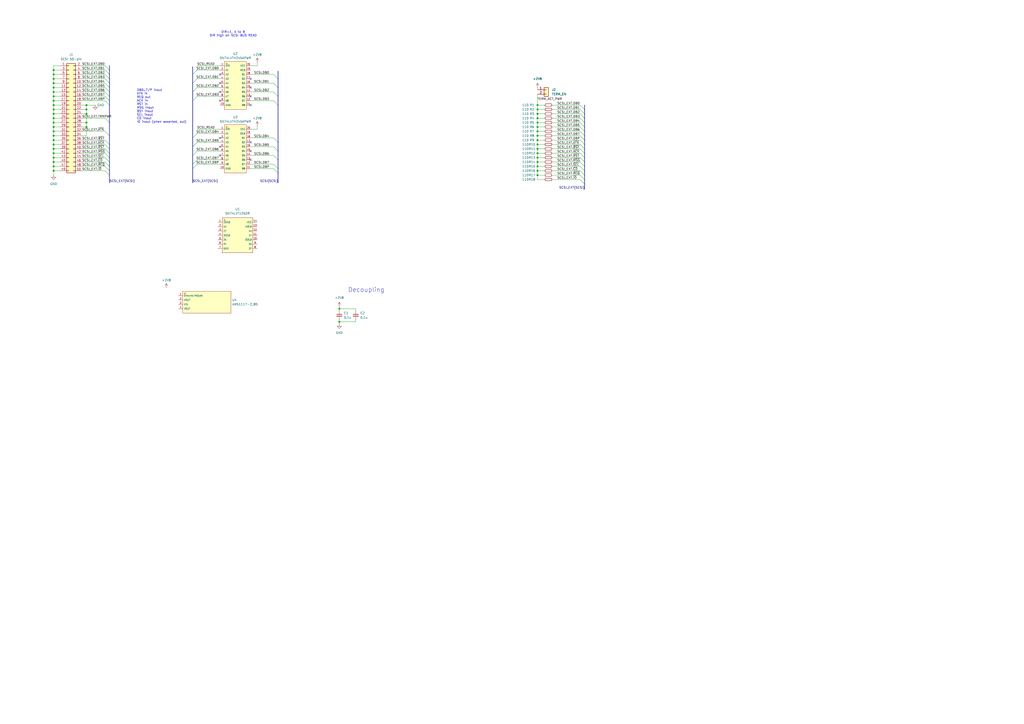
<source format=kicad_sch>
(kicad_sch (version 20231120) (generator "eeschema") (generator_version "8.0")
  (paper "A2")
  (lib_symbols
    (symbol "Connector_Generic:Conn_01x02" (pin_names (offset 1.016) hide)
      (property "Reference" "J" (at 0 2.54 0))
      (property "Value" "Conn_01x02" (at 0 -5.08 0))
      (symbol "Conn_01x02_1_1"
        (rectangle (start -1.27 -2.413) (end 0 -2.667) (stroke (width 0.1524)))
        (rectangle (start -1.27 0.127) (end 0 -0.127) (stroke (width 0.1524)))
        (rectangle (start -1.27 1.27) (end 1.27 -3.81) (stroke (width 0.254)) (fill (type background)))
        (pin passive line (at -5.08 0 0) (length 3.81) (name "Pin_1") (number "1"))
        (pin passive line (at -5.08 -2.54 0) (length 3.81) (name "Pin_2") (number "2"))
      )
    )
    (symbol "Connector_Generic:Conn_02x25_Odd_Even" (pin_names (offset 1.016) hide)
      (property "Reference" "J" (at 1.27 33.02 0))
      (property "Value" "Conn_02x25_Odd_Even" (at 1.27 -33.02 0))
      (symbol "Conn_02x25_Odd_Even_1_1"
        (rectangle (start -1.27 -30.353) (end 0 -30.607) (stroke (width 0.1524)))
        (rectangle (start -1.27 -27.813) (end 0 -28.067) (stroke (width 0.1524)))
        (rectangle (start -1.27 -25.273) (end 0 -25.527) (stroke (width 0.1524)))
        (rectangle (start -1.27 -22.733) (end 0 -22.987) (stroke (width 0.1524)))
        (rectangle (start -1.27 -20.193) (end 0 -20.447) (stroke (width 0.1524)))
        (rectangle (start -1.27 -17.653) (end 0 -17.907) (stroke (width 0.1524)))
        (rectangle (start -1.27 -15.113) (end 0 -15.367) (stroke (width 0.1524)))
        (rectangle (start -1.27 -12.573) (end 0 -12.827) (stroke (width 0.1524)))
        (rectangle (start -1.27 -10.033) (end 0 -10.287) (stroke (width 0.1524)))
        (rectangle (start -1.27 -7.493) (end 0 -7.747) (stroke (width 0.1524)))
        (rectangle (start -1.27 -4.953) (end 0 -5.207) (stroke (width 0.1524)))
        (rectangle (start -1.27 -2.413) (end 0 -2.667) (stroke (width 0.1524)))
        (rectangle (start -1.27 0.127) (end 0 -0.127) (stroke (width 0.1524)))
        (rectangle (start -1.27 2.667) (end 0 2.413) (stroke (width 0.1524)))
        (rectangle (start -1.27 5.207) (end 0 4.953) (stroke (width 0.1524)))
        (rectangle (start -1.27 7.747) (end 0 7.493) (stroke (width 0.1524)))
        (rectangle (start -1.27 10.287) (end 0 10.033) (stroke (width 0.1524)))
        (rectangle (start -1.27 12.827) (end 0 12.573) (stroke (width 0.1524)))
        (rectangle (start -1.27 15.367) (end 0 15.113) (stroke (width 0.1524)))
        (rectangle (start -1.27 17.907) (end 0 17.653) (stroke (width 0.1524)))
        (rectangle (start -1.27 20.447) (end 0 20.193) (stroke (width 0.1524)))
        (rectangle (start -1.27 22.987) (end 0 22.733) (stroke (width 0.1524)))
        (rectangle (start -1.27 25.527) (end 0 25.273) (stroke (width 0.1524)))
        (rectangle (start -1.27 28.067) (end 0 27.813) (stroke (width 0.1524)))
        (rectangle (start -1.27 30.607) (end 0 30.353) (stroke (width 0.1524)))
        (rectangle (start -1.27 31.75) (end 3.81 -31.75) (stroke (width 0.254)) (fill (type background)))
        (rectangle (start 3.81 -30.353) (end 2.54 -30.607) (stroke (width 0.1524)))
        (rectangle (start 3.81 -27.813) (end 2.54 -28.067) (stroke (width 0.1524)))
        (rectangle (start 3.81 -25.273) (end 2.54 -25.527) (stroke (width 0.1524)))
        (rectangle (start 3.81 -22.733) (end 2.54 -22.987) (stroke (width 0.1524)))
        (rectangle (start 3.81 -20.193) (end 2.54 -20.447) (stroke (width 0.1524)))
        (rectangle (start 3.81 -17.653) (end 2.54 -17.907) (stroke (width 0.1524)))
        (rectangle (start 3.81 -15.113) (end 2.54 -15.367) (stroke (width 0.1524)))
        (rectangle (start 3.81 -12.573) (end 2.54 -12.827) (stroke (width 0.1524)))
        (rectangle (start 3.81 -10.033) (end 2.54 -10.287) (stroke (width 0.1524)))
        (rectangle (start 3.81 -7.493) (end 2.54 -7.747) (stroke (width 0.1524)))
        (rectangle (start 3.81 -4.953) (end 2.54 -5.207) (stroke (width 0.1524)))
        (rectangle (start 3.81 -2.413) (end 2.54 -2.667) (stroke (width 0.1524)))
        (rectangle (start 3.81 0.127) (end 2.54 -0.127) (stroke (width 0.1524)))
        (rectangle (start 3.81 2.667) (end 2.54 2.413) (stroke (width 0.1524)))
        (rectangle (start 3.81 5.207) (end 2.54 4.953) (stroke (width 0.1524)))
        (rectangle (start 3.81 7.747) (end 2.54 7.493) (stroke (width 0.1524)))
        (rectangle (start 3.81 10.287) (end 2.54 10.033) (stroke (width 0.1524)))
        (rectangle (start 3.81 12.827) (end 2.54 12.573) (stroke (width 0.1524)))
        (rectangle (start 3.81 15.367) (end 2.54 15.113) (stroke (width 0.1524)))
        (rectangle (start 3.81 17.907) (end 2.54 17.653) (stroke (width 0.1524)))
        (rectangle (start 3.81 20.447) (end 2.54 20.193) (stroke (width 0.1524)))
        (rectangle (start 3.81 22.987) (end 2.54 22.733) (stroke (width 0.1524)))
        (rectangle (start 3.81 25.527) (end 2.54 25.273) (stroke (width 0.1524)))
        (rectangle (start 3.81 28.067) (end 2.54 27.813) (stroke (width 0.1524)))
        (rectangle (start 3.81 30.607) (end 2.54 30.353) (stroke (width 0.1524)))
        (pin passive line (at -5.08 30.48 0) (length 3.81) (name "Pin_1") (number "1"))
        (pin passive line (at 7.62 20.32 180) (length 3.81) (name "Pin_10") (number "10"))
        (pin passive line (at -5.08 17.78 0) (length 3.81) (name "Pin_11") (number "11"))
        (pin passive line (at 7.62 17.78 180) (length 3.81) (name "Pin_12") (number "12"))
        (pin passive line (at -5.08 15.24 0) (length 3.81) (name "Pin_13") (number "13"))
        (pin passive line (at 7.62 15.24 180) (length 3.81) (name "Pin_14") (number "14"))
        (pin passive line (at -5.08 12.7 0) (length 3.81) (name "Pin_15") (number "15"))
        (pin passive line (at 7.62 12.7 180) (length 3.81) (name "Pin_16") (number "16"))
        (pin passive line (at -5.08 10.16 0) (length 3.81) (name "Pin_17") (number "17"))
        (pin passive line (at 7.62 10.16 180) (length 3.81) (name "Pin_18") (number "18"))
        (pin passive line (at -5.08 7.62 0) (length 3.81) (name "Pin_19") (number "19"))
        (pin passive line (at 7.62 30.48 180) (length 3.81) (name "Pin_2") (number "2"))
        (pin passive line (at 7.62 7.62 180) (length 3.81) (name "Pin_20") (number "20"))
        (pin passive line (at -5.08 5.08 0) (length 3.81) (name "Pin_21") (number "21"))
        (pin passive line (at 7.62 5.08 180) (length 3.81) (name "Pin_22") (number "22"))
        (pin passive line (at -5.08 2.54 0) (length 3.81) (name "Pin_23") (number "23"))
        (pin passive line (at 7.62 2.54 180) (length 3.81) (name "Pin_24") (number "24"))
        (pin passive line (at -5.08 0 0) (length 3.81) (name "Pin_25") (number "25"))
        (pin passive line (at 7.62 0 180) (length 3.81) (name "Pin_26") (number "26"))
        (pin passive line (at -5.08 -2.54 0) (length 3.81) (name "Pin_27") (number "27"))
        (pin passive line (at 7.62 -2.54 180) (length 3.81) (name "Pin_28") (number "28"))
        (pin passive line (at -5.08 -5.08 0) (length 3.81) (name "Pin_29") (number "29"))
        (pin passive line (at -5.08 27.94 0) (length 3.81) (name "Pin_3") (number "3"))
        (pin passive line (at 7.62 -5.08 180) (length 3.81) (name "Pin_30") (number "30"))
        (pin passive line (at -5.08 -7.62 0) (length 3.81) (name "Pin_31") (number "31"))
        (pin passive line (at 7.62 -7.62 180) (length 3.81) (name "Pin_32") (number "32"))
        (pin passive line (at -5.08 -10.16 0) (length 3.81) (name "Pin_33") (number "33"))
        (pin passive line (at 7.62 -10.16 180) (length 3.81) (name "Pin_34") (number "34"))
        (pin passive line (at -5.08 -12.7 0) (length 3.81) (name "Pin_35") (number "35"))
        (pin passive line (at 7.62 -12.7 180) (length 3.81) (name "Pin_36") (number "36"))
        (pin passive line (at -5.08 -15.24 0) (length 3.81) (name "Pin_37") (number "37"))
        (pin passive line (at 7.62 -15.24 180) (length 3.81) (name "Pin_38") (number "38"))
        (pin passive line (at -5.08 -17.78 0) (length 3.81) (name "Pin_39") (number "39"))
        (pin passive line (at 7.62 27.94 180) (length 3.81) (name "Pin_4") (number "4"))
        (pin passive line (at 7.62 -17.78 180) (length 3.81) (name "Pin_40") (number "40"))
        (pin passive line (at -5.08 -20.32 0) (length 3.81) (name "Pin_41") (number "41"))
        (pin passive line (at 7.62 -20.32 180) (length 3.81) (name "Pin_42") (number "42"))
        (pin passive line (at -5.08 -22.86 0) (length 3.81) (name "Pin_43") (number "43"))
        (pin passive line (at 7.62 -22.86 180) (length 3.81) (name "Pin_44") (number "44"))
        (pin passive line (at -5.08 -25.4 0) (length 3.81) (name "Pin_45") (number "45"))
        (pin passive line (at 7.62 -25.4 180) (length 3.81) (name "Pin_46") (number "46"))
        (pin passive line (at -5.08 -27.94 0) (length 3.81) (name "Pin_47") (number "47"))
        (pin passive line (at 7.62 -27.94 180) (length 3.81) (name "Pin_48") (number "48"))
        (pin passive line (at -5.08 -30.48 0) (length 3.81) (name "Pin_49") (number "49"))
        (pin passive line (at -5.08 25.4 0) (length 3.81) (name "Pin_5") (number "5"))
        (pin passive line (at 7.62 -30.48 180) (length 3.81) (name "Pin_50") (number "50"))
        (pin passive line (at 7.62 25.4 180) (length 3.81) (name "Pin_6") (number "6"))
        (pin passive line (at -5.08 22.86 0) (length 3.81) (name "Pin_7") (number "7"))
        (pin passive line (at 7.62 22.86 180) (length 3.81) (name "Pin_8") (number "8"))
        (pin passive line (at -5.08 20.32 0) (length 3.81) (name "Pin_9") (number "9"))
      )
    )
    (symbol "Device:C_Small" (pin_numbers hide) (pin_names (offset 0.254) hide)
      (property "Reference" "C" (at 0.254 1.778 0))
      (property "Value" "C_Small" (at 0.254 -2.032 0))
      (symbol "C_Small_0_1"
        (polyline (pts (xy -1.524 -0.508) (xy 1.524 -0.508)) (stroke (width 0.3302)))
        (polyline (pts (xy -1.524 0.508) (xy 1.524 0.508)) (stroke (width 0.3048)))
      )
      (symbol "C_Small_1_1"
        (pin passive line (at 0 2.54 270) (length 2.032) (name "~") (number "1"))
        (pin passive line (at 0 -2.54 90) (length 2.032) (name "~") (number "2"))
      )
    )
    (symbol "Device:R_Small" (pin_numbers hide) (pin_names (offset 0.254) hide)
      (property "Reference" "R" (at 0.762 0.508 0))
      (property "Value" "R_Small" (at 0.762 -1.016 0))
      (symbol "R_Small_0_1"
        (rectangle (start -0.762 1.778) (end 0.762 -1.778) (stroke (width 0.2032)))
      )
      (symbol "R_Small_1_1"
        (pin passive line (at 0 2.54 270) (length 0.762) (name "~") (number "1"))
        (pin passive line (at 0 -2.54 90) (length 0.762) (name "~") (number "2"))
      )
    )
    (symbol "lcsc:AMS1117-2_85"
      (property "Reference" "U" (at 0 1.27 0))
      (property "Value" "AMS1117-2_85" (at 0 -2.54 0))
      (symbol "AMS1117-2_85_0_1"
        (rectangle (start 0 5.08) (end 27.9401 -7.62) (fill (type background)))
        (circle (center 1.27 3.81) (radius 0.381) (fill (type background)))
        (pin unspecified line (at -2.54 2.54 0) (length 2.54) (name "Ground/Adjust") (number "1"))
        (pin unspecified line (at -2.54 0 0) (length 2.54) (name "VOUT") (number "2"))
        (pin unspecified line (at -2.54 -2.54 0) (length 2.54) (name "VIN") (number "3"))
        (pin unspecified line (at -2.54 -5.08 0) (length 2.54) (name "VOUT") (number "4"))
      )
    )
    (symbol "lcsc:SN74LVT125DR"
      (property "Reference" "U" (at 0 1.27 0))
      (property "Value" "SN74LVT125DR" (at 0 -2.54 0))
      (symbol "SN74LVT125DR_0_1"
        (rectangle (start -8.89 10.16) (end 8.89 -10.16) (fill (type background)))
        (circle (center -7.62 8.89) (radius 0.381) (fill (type background)))
        (pin unspecified line (at -11.43 7.62 0) (length 2.54) (name "1OE#") (number "1"))
        (pin unspecified line (at 11.43 -2.54 180) (length 2.54) (name "3OE#") (number "10"))
        (pin unspecified line (at 11.43 0 180) (length 2.54) (name "4Y") (number "11"))
        (pin unspecified line (at 11.43 2.54 180) (length 2.54) (name "4A") (number "12"))
        (pin unspecified line (at 11.43 5.08 180) (length 2.54) (name "4OE#") (number "13"))
        (pin unspecified line (at 11.43 7.62 180) (length 2.54) (name "VCC") (number "14"))
        (pin unspecified line (at -11.43 5.08 0) (length 2.54) (name "1A") (number "2"))
        (pin unspecified line (at -11.43 2.54 0) (length 2.54) (name "1Y") (number "3"))
        (pin unspecified line (at -11.43 0 0) (length 2.54) (name "2OE#") (number "4"))
        (pin unspecified line (at -11.43 -2.54 0) (length 2.54) (name "2A") (number "5"))
        (pin unspecified line (at -11.43 -5.08 0) (length 2.54) (name "2Y") (number "6"))
        (pin unspecified line (at -11.43 -7.62 0) (length 2.54) (name "GND") (number "7"))
        (pin unspecified line (at 11.43 -7.62 180) (length 2.54) (name "3Y") (number "8"))
        (pin unspecified line (at 11.43 -5.08 180) (length 2.54) (name "3A") (number "9"))
      )
    )
    (symbol "lcsc:SN74LVTH245APWR"
      (property "Reference" "U" (at 0 1.27 0))
      (property "Value" "SN74LVTH245APWR" (at 0 -2.54 0))
      (symbol "SN74LVTH245APWR_0_1"
        (rectangle (start -6.35 13.97) (end 6.35 -13.97) (fill (type background)))
        (circle (center -5.08 12.7) (radius 0.381) (fill (type background)))
        (pin unspecified line (at -8.89 11.43 0) (length 2.54) (name "DIR") (number "1"))
        (pin unspecified line (at -8.89 -11.43 0) (length 2.54) (name "GND") (number "10"))
        (pin unspecified line (at 8.89 -11.43 180) (length 2.54) (name "B8") (number "11"))
        (pin unspecified line (at 8.89 -8.89 180) (length 2.54) (name "B7") (number "12"))
        (pin unspecified line (at 8.89 -6.35 180) (length 2.54) (name "B6") (number "13"))
        (pin unspecified line (at 8.89 -3.81 180) (length 2.54) (name "B5") (number "14"))
        (pin unspecified line (at 8.89 -1.27 180) (length 2.54) (name "B4") (number "15"))
        (pin unspecified line (at 8.89 1.27 180) (length 2.54) (name "B3") (number "16"))
        (pin unspecified line (at 8.89 3.81 180) (length 2.54) (name "B2") (number "17"))
        (pin unspecified line (at 8.89 6.35 180) (length 2.54) (name "B1") (number "18"))
        (pin unspecified line (at 8.89 8.89 180) (length 2.54) (name "OE#") (number "19"))
        (pin unspecified line (at -8.89 8.89 0) (length 2.54) (name "A1") (number "2"))
        (pin unspecified line (at 8.89 11.43 180) (length 2.54) (name "VCC") (number "20"))
        (pin unspecified line (at -8.89 6.35 0) (length 2.54) (name "A2") (number "3"))
        (pin unspecified line (at -8.89 3.81 0) (length 2.54) (name "A3") (number "4"))
        (pin unspecified line (at -8.89 1.27 0) (length 2.54) (name "A4") (number "5"))
        (pin unspecified line (at -8.89 -1.27 0) (length 2.54) (name "A5") (number "6"))
        (pin unspecified line (at -8.89 -3.81 0) (length 2.54) (name "A6") (number "7"))
        (pin unspecified line (at -8.89 -6.35 0) (length 2.54) (name "A7") (number "8"))
        (pin unspecified line (at -8.89 -8.89 0) (length 2.54) (name "A8") (number "9"))
      )
    )
    (symbol "power:+2V8" (power) (pin_numbers hide) (pin_names (offset 0) hide)
      (property "Value" "+2V8" (at 0 3.556 0))
      (symbol "+2V8_0_1"
        (polyline (pts (xy -0.762 1.27) (xy 0 2.54)))
        (polyline (pts (xy 0 0) (xy 0 2.54)))
        (polyline (pts (xy 0 2.54) (xy 0.762 1.27)))
      )
      (symbol "+2V8_1_1"
        (pin power_in line (at 0 0 90) (length 0) (name "~") (number "1"))
      )
    )
    (symbol "power:GND" (power) (pin_numbers hide) (pin_names (offset 0) hide)
      (property "Value" "GND" (at 0 -3.81 0))
      (symbol "GND_0_1"
        (polyline (pts (xy 0 0) (xy 0 -1.27) (xy 1.27 -1.27) (xy 0 -2.54) (xy -1.27 -1.27) (xy 0 -1.27)))
      )
      (symbol "GND_1_1"
        (pin power_in line (at 0 0 270) (length 0) (name "~") (number "1"))
      )
    )
  )
  (bus_alias "SCSI" (members "DB[0..7]" "DBP" "TRMPWR" "~{ATN}" "~{BSY}" "~{ACK}" "~{RST}" "~{MSG}" "~{SEL}" "~{CD}" "~{REQ}" "~{IO}"))
  (junction (at 311.785 88.9))
  (junction (at 31.115 48.26))
  (junction (at 31.115 71.12))
  (junction (at 311.785 83.82))
  (junction (at 50.165 60.96))
  (junction (at 311.785 91.44))
  (junction (at 50.165 73.66))
  (junction (at 311.785 93.98))
  (junction (at 31.115 76.2))
  (junction (at 311.785 78.74))
  (junction (at 311.785 68.58))
  (junction (at 31.115 91.44))
  (junction (at 311.785 101.6))
  (junction (at 311.785 86.36))
  (junction (at 31.115 66.04))
  (junction (at 31.115 73.66))
  (junction (at 31.115 55.88))
  (junction (at 31.115 40.64))
  (junction (at 31.115 83.82))
  (junction (at 31.115 88.9))
  (junction (at 311.785 73.66))
  (junction (at 31.115 96.52))
  (junction (at 31.115 45.72))
  (junction (at 311.785 60.96))
  (junction (at 31.115 63.5))
  (junction (at 31.115 86.36))
  (junction (at 31.115 53.34))
  (junction (at 31.115 50.8))
  (junction (at 31.115 78.74))
  (junction (at 31.115 99.06))
  (junction (at 311.785 76.2))
  (junction (at 31.115 43.18))
  (junction (at 31.115 60.96))
  (junction (at 50.165 66.04))
  (junction (at 31.115 58.42))
  (junction (at 50.165 71.12))
  (junction (at 311.785 96.52))
  (junction (at 311.785 99.06))
  (junction (at 311.785 71.12))
  (junction (at 196.85 186.69))
  (junction (at 311.785 66.04))
  (junction (at 311.785 81.28))
  (junction (at 311.785 63.5))
  (junction (at 31.115 81.28))
  (junction (at 31.115 93.98))
  (junction (at 31.115 68.58))
  (junction (at 50.165 63.5))
  (junction (at 196.85 179.07))
  (no_connect (at 145.415 50.8))
  (no_connect (at 145.415 55.88))
  (no_connect (at 127.635 53.34))
  (no_connect (at 145.415 82.55))
  (no_connect (at 127.635 48.26))
  (no_connect (at 127.635 58.42))
  (no_connect (at 127.635 80.01))
  (no_connect (at 127.635 85.09))
  (no_connect (at 145.415 87.63))
  (no_connect (at 145.415 45.72))
  (no_connect (at 145.415 60.96))
  (no_connect (at 127.635 90.17))
  (no_connect (at 145.415 92.71))
  (no_connect (at 127.635 43.18))
  (bus_entry (at 63.5 58.42) (size -2.54 -2.54))
  (bus_entry (at 63.5 96.52) (size -2.54 -2.54))
  (bus_entry (at 339.09 99.06) (size -2.54 -2.54))
  (bus_entry (at 111.76 58.42) (size 2.54 -2.54))
  (bus_entry (at 111.76 43.18) (size 2.54 -2.54))
  (bus_entry (at 339.09 104.14) (size -2.54 -2.54))
  (bus_entry (at 63.5 43.18) (size -2.54 -2.54))
  (bus_entry (at 339.09 83.82) (size -2.54 -2.54))
  (bus_entry (at 161.29 97.79) (size -2.54 -2.54))
  (bus_entry (at 339.09 81.28) (size -2.54 -2.54))
  (bus_entry (at 63.5 99.06) (size -2.54 -2.54))
  (bus_entry (at 111.76 53.34) (size 2.54 -2.54))
  (bus_entry (at 339.09 93.98) (size -2.54 -2.54))
  (bus_entry (at 339.09 91.44) (size -2.54 -2.54))
  (bus_entry (at 63.5 40.64) (size -2.54 -2.54))
  (bus_entry (at 63.5 55.88) (size -2.54 -2.54))
  (bus_entry (at 111.76 85.09) (size 2.54 -2.54))
  (bus_entry (at 63.5 91.44) (size -2.54 -2.54))
  (bus_entry (at 63.5 83.82) (size -2.54 -2.54))
  (bus_entry (at 111.76 90.17) (size 2.54 -2.54))
  (bus_entry (at 161.29 87.63) (size -2.54 -2.54))
  (bus_entry (at 161.29 50.8) (size -2.54 -2.54))
  (bus_entry (at 161.29 82.55) (size -2.54 -2.54))
  (bus_entry (at 339.09 71.12) (size -2.54 -2.54))
  (bus_entry (at 339.09 101.6) (size -2.54 -2.54))
  (bus_entry (at 161.29 92.71) (size -2.54 -2.54))
  (bus_entry (at 63.5 60.96) (size -2.54 -2.54))
  (bus_entry (at 111.76 95.25) (size 2.54 -2.54))
  (bus_entry (at 63.5 86.36) (size -2.54 -2.54))
  (bus_entry (at 63.5 88.9) (size -2.54 -2.54))
  (bus_entry (at 63.5 48.26) (size -2.54 -2.54))
  (bus_entry (at 161.29 100.33) (size -2.54 -2.54))
  (bus_entry (at 339.09 88.9) (size -2.54 -2.54))
  (bus_entry (at 63.5 45.72) (size -2.54 -2.54))
  (bus_entry (at 339.09 68.58) (size -2.54 -2.54))
  (bus_entry (at 339.09 63.5) (size -2.54 -2.54))
  (bus_entry (at 63.5 93.98) (size -2.54 -2.54))
  (bus_entry (at 339.09 66.04) (size -2.54 -2.54))
  (bus_entry (at 111.76 80.01) (size 2.54 -2.54))
  (bus_entry (at 339.09 86.36) (size -2.54 -2.54))
  (bus_entry (at 339.09 76.2) (size -2.54 -2.54))
  (bus_entry (at 111.76 48.26) (size 2.54 -2.54))
  (bus_entry (at 63.5 53.34) (size -2.54 -2.54))
  (bus_entry (at 339.09 106.68) (size -2.54 -2.54))
  (bus_entry (at 161.29 60.96) (size -2.54 -2.54))
  (bus_entry (at 339.09 78.74) (size -2.54 -2.54))
  (bus_entry (at 63.5 101.6) (size -2.54 -2.54))
  (bus_entry (at 161.29 45.72) (size -2.54 -2.54))
  (bus_entry (at 161.29 55.88) (size -2.54 -2.54))
  (bus_entry (at 339.09 73.66) (size -2.54 -2.54))
  (bus_entry (at 63.5 50.8) (size -2.54 -2.54))
  (bus_entry (at 63.5 71.12) (size -2.54 -2.54))
  (bus_entry (at 111.76 97.79) (size 2.54 -2.54))
  (bus_entry (at 339.09 96.52) (size -2.54 -2.54))
  (bus_entry (at 63.5 78.74) (size -2.54 -2.54))
  (bus (pts (xy 111.76 43.18) (xy 111.76 48.26)))
  (bus (pts (xy 63.5 71.12) (xy 63.5 78.74)))
  (wire (pts (xy 47.625 76.2) (xy 60.96 76.2)))
  (wire (pts (xy 315.595 96.52) (xy 311.785 96.52)))
  (bus (pts (xy 111.76 48.26) (xy 111.76 53.34)))
  (bus (pts (xy 161.29 60.96) (xy 161.29 82.55)))
  (bus (pts (xy 111.76 80.01) (xy 111.76 85.09)))
  (wire (pts (xy 47.625 45.72) (xy 60.96 45.72)))
  (wire (pts (xy 114.3 38.1) (xy 127.635 38.1)))
  (bus (pts (xy 339.09 91.44) (xy 339.09 93.98)))
  (wire (pts (xy 114.3 45.72) (xy 127.635 45.72)))
  (wire (pts (xy 47.625 93.98) (xy 60.96 93.98)))
  (wire (pts (xy 31.115 58.42) (xy 34.925 58.42)))
  (wire (pts (xy 31.115 66.04) (xy 34.925 66.04)))
  (wire (pts (xy 31.115 43.18) (xy 31.115 45.72)))
  (wire (pts (xy 206.375 186.69) (xy 196.85 186.69)))
  (bus (pts (xy 339.09 81.28) (xy 339.09 83.82)))
  (wire (pts (xy 31.115 38.1) (xy 34.925 38.1)))
  (wire (pts (xy 47.625 58.42) (xy 60.96 58.42)))
  (wire (pts (xy 315.595 99.06) (xy 311.785 99.06)))
  (wire (pts (xy 158.75 85.09) (xy 145.415 85.09)))
  (wire (pts (xy 311.785 83.82) (xy 311.785 86.36)))
  (wire (pts (xy 31.115 99.06) (xy 31.115 101.6)))
  (bus (pts (xy 339.09 60.96) (xy 339.09 63.5)))
  (wire (pts (xy 31.115 96.52) (xy 31.115 99.06)))
  (wire (pts (xy 47.625 81.28) (xy 60.96 81.28)))
  (bus (pts (xy 111.76 97.79) (xy 111.76 106.045)))
  (wire (pts (xy 311.785 101.6) (xy 311.785 104.14)))
  (wire (pts (xy 114.3 92.71) (xy 127.635 92.71)))
  (bus (pts (xy 161.29 55.88) (xy 161.29 60.96)))
  (wire (pts (xy 320.675 96.52) (xy 336.55 96.52)))
  (wire (pts (xy 320.675 78.74) (xy 336.55 78.74)))
  (bus (pts (xy 339.09 78.74) (xy 339.09 81.28)))
  (wire (pts (xy 320.675 76.2) (xy 336.55 76.2)))
  (wire (pts (xy 311.785 63.5) (xy 311.785 66.04)))
  (bus (pts (xy 63.5 86.36) (xy 63.5 88.9)))
  (bus (pts (xy 339.09 93.98) (xy 339.09 96.52)))
  (wire (pts (xy 196.85 185.42) (xy 196.85 186.69)))
  (wire (pts (xy 315.595 101.6) (xy 311.785 101.6)))
  (bus (pts (xy 339.09 101.6) (xy 339.09 104.14)))
  (wire (pts (xy 47.625 63.5) (xy 50.165 63.5)))
  (wire (pts (xy 47.625 73.66) (xy 50.165 73.66)))
  (wire (pts (xy 315.595 71.12) (xy 311.785 71.12)))
  (wire (pts (xy 311.785 66.04) (xy 311.785 68.58)))
  (wire (pts (xy 31.115 63.5) (xy 34.925 63.5)))
  (wire (pts (xy 47.625 55.88) (xy 60.96 55.88)))
  (wire (pts (xy 31.115 83.82) (xy 34.925 83.82)))
  (bus (pts (xy 63.5 78.74) (xy 63.5 83.82)))
  (bus (pts (xy 63.5 40.64) (xy 63.5 43.18)))
  (bus (pts (xy 63.5 99.06) (xy 63.5 101.6)))
  (bus (pts (xy 161.29 82.55) (xy 161.29 87.63)))
  (bus (pts (xy 63.5 60.96) (xy 63.5 71.12)))
  (bus (pts (xy 339.09 83.82) (xy 339.09 86.36)))
  (bus (pts (xy 111.76 38.735) (xy 111.76 43.18)))
  (bus (pts (xy 161.29 87.63) (xy 161.29 92.71)))
  (wire (pts (xy 320.675 68.58) (xy 336.55 68.58)))
  (wire (pts (xy 31.115 76.2) (xy 31.115 78.74)))
  (wire (pts (xy 311.785 54.61) (xy 311.785 60.96)))
  (wire (pts (xy 31.115 48.26) (xy 34.925 48.26)))
  (wire (pts (xy 320.675 66.04) (xy 336.55 66.04)))
  (wire (pts (xy 315.595 73.66) (xy 311.785 73.66)))
  (wire (pts (xy 31.115 88.9) (xy 31.115 91.44)))
  (wire (pts (xy 31.115 63.5) (xy 31.115 66.04)))
  (wire (pts (xy 31.115 83.82) (xy 31.115 86.36)))
  (wire (pts (xy 31.115 66.04) (xy 31.115 68.58)))
  (bus (pts (xy 63.5 101.6) (xy 63.5 106.045)))
  (wire (pts (xy 47.625 53.34) (xy 60.96 53.34)))
  (bus (pts (xy 63.5 45.72) (xy 63.5 48.26)))
  (bus (pts (xy 161.29 97.79) (xy 161.29 100.33)))
  (wire (pts (xy 158.75 53.34) (xy 145.415 53.34)))
  (wire (pts (xy 31.115 60.96) (xy 34.925 60.96)))
  (wire (pts (xy 320.675 83.82) (xy 336.55 83.82)))
  (wire (pts (xy 47.625 96.52) (xy 60.96 96.52)))
  (wire (pts (xy 320.675 71.12) (xy 336.55 71.12)))
  (wire (pts (xy 320.675 63.5) (xy 336.55 63.5)))
  (wire (pts (xy 31.115 99.06) (xy 34.925 99.06)))
  (wire (pts (xy 31.115 86.36) (xy 34.925 86.36)))
  (bus (pts (xy 111.76 53.34) (xy 111.76 58.42)))
  (bus (pts (xy 161.29 41.275) (xy 161.29 45.72)))
  (wire (pts (xy 320.675 93.98) (xy 336.55 93.98)))
  (wire (pts (xy 31.115 48.26) (xy 31.115 50.8)))
  (wire (pts (xy 145.415 74.93) (xy 149.225 74.93)))
  (wire (pts (xy 31.115 88.9) (xy 34.925 88.9)))
  (wire (pts (xy 311.785 88.9) (xy 311.785 91.44)))
  (wire (pts (xy 206.375 179.07) (xy 206.375 180.34)))
  (bus (pts (xy 63.5 43.18) (xy 63.5 45.72)))
  (wire (pts (xy 31.115 55.88) (xy 34.925 55.88)))
  (wire (pts (xy 311.785 68.58) (xy 311.785 71.12)))
  (wire (pts (xy 31.115 40.64) (xy 34.925 40.64)))
  (wire (pts (xy 31.115 81.28) (xy 31.115 83.82)))
  (bus (pts (xy 111.76 85.09) (xy 111.76 90.17)))
  (bus (pts (xy 161.29 100.33) (xy 161.29 106.045)))
  (wire (pts (xy 114.3 77.47) (xy 127.635 77.47)))
  (wire (pts (xy 114.3 82.55) (xy 127.635 82.55)))
  (wire (pts (xy 311.785 96.52) (xy 311.785 99.06)))
  (wire (pts (xy 315.595 104.14) (xy 311.785 104.14)))
  (wire (pts (xy 47.625 83.82) (xy 60.96 83.82)))
  (bus (pts (xy 63.5 88.9) (xy 63.5 91.44)))
  (wire (pts (xy 311.785 60.96) (xy 311.785 63.5)))
  (wire (pts (xy 158.75 90.17) (xy 145.415 90.17)))
  (wire (pts (xy 315.595 78.74) (xy 311.785 78.74)))
  (wire (pts (xy 31.115 93.98) (xy 31.115 96.52)))
  (bus (pts (xy 63.5 53.34) (xy 63.5 55.88)))
  (bus (pts (xy 63.5 91.44) (xy 63.5 93.98)))
  (wire (pts (xy 320.675 91.44) (xy 336.55 91.44)))
  (wire (pts (xy 47.625 60.96) (xy 50.165 60.96)))
  (wire (pts (xy 31.115 68.58) (xy 31.115 71.12)))
  (wire (pts (xy 31.115 68.58) (xy 34.925 68.58)))
  (wire (pts (xy 31.115 93.98) (xy 34.925 93.98)))
  (wire (pts (xy 114.3 74.93) (xy 127.635 74.93)))
  (wire (pts (xy 320.675 99.06) (xy 336.55 99.06)))
  (wire (pts (xy 31.115 86.36) (xy 31.115 88.9)))
  (wire (pts (xy 31.115 76.2) (xy 34.925 76.2)))
  (wire (pts (xy 31.115 45.72) (xy 34.925 45.72)))
  (wire (pts (xy 31.115 81.28) (xy 34.925 81.28)))
  (wire (pts (xy 47.625 68.58) (xy 60.96 68.58)))
  (wire (pts (xy 114.3 50.8) (xy 127.635 50.8)))
  (wire (pts (xy 315.595 86.36) (xy 311.785 86.36)))
  (wire (pts (xy 158.75 97.79) (xy 145.415 97.79)))
  (wire (pts (xy 47.625 91.44) (xy 60.96 91.44)))
  (bus (pts (xy 63.5 48.26) (xy 63.5 50.8)))
  (wire (pts (xy 31.115 38.1) (xy 31.115 40.64)))
  (wire (pts (xy 320.675 88.9) (xy 336.55 88.9)))
  (wire (pts (xy 320.675 101.6) (xy 336.55 101.6)))
  (bus (pts (xy 111.76 95.25) (xy 111.76 97.79)))
  (bus (pts (xy 63.5 93.98) (xy 63.5 96.52)))
  (wire (pts (xy 47.625 86.36) (xy 60.96 86.36)))
  (wire (pts (xy 31.115 53.34) (xy 34.925 53.34)))
  (wire (pts (xy 47.625 40.64) (xy 60.96 40.64)))
  (wire (pts (xy 311.785 86.36) (xy 311.785 88.9)))
  (wire (pts (xy 315.595 83.82) (xy 311.785 83.82)))
  (bus (pts (xy 161.29 92.71) (xy 161.29 97.79)))
  (bus (pts (xy 339.09 99.06) (xy 339.09 101.6)))
  (wire (pts (xy 31.115 71.12) (xy 31.115 73.66)))
  (wire (pts (xy 320.675 60.96) (xy 336.55 60.96)))
  (wire (pts (xy 315.595 76.2) (xy 311.785 76.2)))
  (wire (pts (xy 47.625 38.1) (xy 60.96 38.1)))
  (wire (pts (xy 320.675 73.66) (xy 336.55 73.66)))
  (bus (pts (xy 63.5 55.88) (xy 63.5 58.42)))
  (wire (pts (xy 315.595 88.9) (xy 311.785 88.9)))
  (bus (pts (xy 63.5 83.82) (xy 63.5 86.36)))
  (wire (pts (xy 47.625 66.04) (xy 50.165 66.04)))
  (wire (pts (xy 315.595 81.28) (xy 311.785 81.28)))
  (wire (pts (xy 47.625 88.9) (xy 60.96 88.9)))
  (wire (pts (xy 31.115 50.8) (xy 31.115 53.34)))
  (wire (pts (xy 311.785 73.66) (xy 311.785 76.2)))
  (wire (pts (xy 31.115 45.72) (xy 31.115 48.26)))
  (wire (pts (xy 311.785 76.2) (xy 311.785 78.74)))
  (wire (pts (xy 31.115 40.64) (xy 31.115 43.18)))
  (bus (pts (xy 339.09 66.04) (xy 339.09 68.58)))
  (bus (pts (xy 63.5 50.8) (xy 63.5 53.34)))
  (wire (pts (xy 320.675 86.36) (xy 336.55 86.36)))
  (wire (pts (xy 114.3 95.25) (xy 127.635 95.25)))
  (wire (pts (xy 311.785 93.98) (xy 311.785 96.52)))
  (wire (pts (xy 320.675 81.28) (xy 336.55 81.28)))
  (wire (pts (xy 196.85 179.07) (xy 196.85 180.34)))
  (bus (pts (xy 111.76 58.42) (xy 111.76 80.01)))
  (wire (pts (xy 47.625 43.18) (xy 60.96 43.18)))
  (wire (pts (xy 114.3 40.64) (xy 127.635 40.64)))
  (wire (pts (xy 31.115 58.42) (xy 31.115 60.96)))
  (wire (pts (xy 114.3 55.88) (xy 127.635 55.88)))
  (bus (pts (xy 63.5 96.52) (xy 63.5 99.06)))
  (bus (pts (xy 63.5 38.1) (xy 63.5 40.64)))
  (wire (pts (xy 31.115 73.66) (xy 31.115 76.2)))
  (wire (pts (xy 31.115 78.74) (xy 31.115 81.28)))
  (bus (pts (xy 161.29 50.8) (xy 161.29 55.88)))
  (wire (pts (xy 31.115 50.8) (xy 34.925 50.8)))
  (wire (pts (xy 47.625 78.74) (xy 50.165 78.74)))
  (wire (pts (xy 311.785 91.44) (xy 311.785 93.98)))
  (wire (pts (xy 31.115 53.34) (xy 31.115 55.88)))
  (wire (pts (xy 311.785 71.12) (xy 311.785 73.66)))
  (wire (pts (xy 50.165 78.74) (xy 50.165 73.66)))
  (bus (pts (xy 339.09 86.36) (xy 339.09 88.9)))
  (wire (pts (xy 50.165 60.96) (xy 50.165 63.5)))
  (wire (pts (xy 31.115 91.44) (xy 34.925 91.44)))
  (wire (pts (xy 158.75 95.25) (xy 145.415 95.25)))
  (wire (pts (xy 47.625 99.06) (xy 60.96 99.06)))
  (wire (pts (xy 315.595 63.5) (xy 311.785 63.5)))
  (wire (pts (xy 158.75 80.01) (xy 145.415 80.01)))
  (wire (pts (xy 315.595 68.58) (xy 311.785 68.58)))
  (bus (pts (xy 111.76 90.17) (xy 111.76 95.25)))
  (bus (pts (xy 161.29 45.72) (xy 161.29 50.8)))
  (bus (pts (xy 339.09 106.68) (xy 339.09 109.855)))
  (wire (pts (xy 158.75 58.42) (xy 145.415 58.42)))
  (wire (pts (xy 31.115 60.96) (xy 31.115 63.5)))
  (wire (pts (xy 158.75 48.26) (xy 145.415 48.26)))
  (wire (pts (xy 196.85 179.07) (xy 206.375 179.07)))
  (wire (pts (xy 31.115 78.74) (xy 34.925 78.74)))
  (wire (pts (xy 50.165 63.5) (xy 50.165 66.04)))
  (wire (pts (xy 31.115 55.88) (xy 31.115 58.42)))
  (bus (pts (xy 339.09 96.52) (xy 339.09 99.06)))
  (bus (pts (xy 339.09 104.14) (xy 339.09 106.68)))
  (wire (pts (xy 196.85 186.69) (xy 196.85 187.96)))
  (bus (pts (xy 339.09 88.9) (xy 339.09 91.44)))
  (wire (pts (xy 31.115 71.12) (xy 34.925 71.12)))
  (wire (pts (xy 315.595 66.04) (xy 311.785 66.04)))
  (wire (pts (xy 145.415 38.1) (xy 149.225 38.1)))
  (bus (pts (xy 339.09 63.5) (xy 339.09 66.04)))
  (wire (pts (xy 47.625 50.8) (xy 60.96 50.8)))
  (wire (pts (xy 149.225 74.93) (xy 149.225 73.025)))
  (wire (pts (xy 315.595 91.44) (xy 311.785 91.44)))
  (wire (pts (xy 31.115 73.66) (xy 34.925 73.66)))
  (wire (pts (xy 206.375 185.42) (xy 206.375 186.69)))
  (wire (pts (xy 311.785 78.74) (xy 311.785 81.28)))
  (bus (pts (xy 339.09 76.2) (xy 339.09 78.74)))
  (bus (pts (xy 339.09 71.12) (xy 339.09 73.66)))
  (wire (pts (xy 149.225 38.1) (xy 149.225 36.195)))
  (wire (pts (xy 320.675 104.14) (xy 336.55 104.14)))
  (wire (pts (xy 311.785 99.06) (xy 311.785 101.6)))
  (wire (pts (xy 31.115 96.52) (xy 34.925 96.52)))
  (wire (pts (xy 315.595 60.96) (xy 311.785 60.96)))
  (wire (pts (xy 31.115 43.18) (xy 34.925 43.18)))
  (wire (pts (xy 315.595 93.98) (xy 311.785 93.98)))
  (wire (pts (xy 114.3 87.63) (xy 127.635 87.63)))
  (wire (pts (xy 31.115 91.44) (xy 31.115 93.98)))
  (wire (pts (xy 50.165 60.96) (xy 55.245 60.96)))
  (wire (pts (xy 196.85 177.8) (xy 196.85 179.07)))
  (wire (pts (xy 50.165 73.66) (xy 50.165 71.12)))
  (wire (pts (xy 50.165 66.04) (xy 50.165 71.12)))
  (wire (pts (xy 158.75 43.18) (xy 145.415 43.18)))
  (wire (pts (xy 47.625 71.12) (xy 50.165 71.12)))
  (bus (pts (xy 63.5 58.42) (xy 63.5 60.96)))
  (wire (pts (xy 47.625 48.26) (xy 60.96 48.26)))
  (wire (pts (xy 311.785 50.8) (xy 311.785 52.07)))
  (wire (pts (xy 311.785 81.28) (xy 311.785 83.82)))
  (bus (pts (xy 339.09 73.66) (xy 339.09 76.2)))
  (bus (pts (xy 339.09 68.58) (xy 339.09 71.12)))
  (text "Decoupling" (at 201.93 168.275 0) (effects (font (size 2.54 2.54)) (justify left)))
  (text "DIR=1, A to B\nDIR high on SCSI BUS READ" (at 135.255 19.685 0) (effects (font (size 1.27 1.27))))
  (text "DB0..7/P inout\nATN in\nREQ out\nACK in\nRST in\nMSG inout\nBSY inout\nSEL inout\nCD inout\nIO inout (when asserted, out)\n" (at 79.375 61.595 0) (effects (font (size 1.27 1.27)) (justify left)))
  (label "SCSI_EXT.DB0" (at 47.625 38.1 0))
  (label "SCSI.DBP" (at 147.32 97.79 0))
  (label "SCSI_EXT.DBP" (at 323.215 81.28 0))
  (label "SCSI_EXT.DB7" (at 47.625 55.88 0))
  (label "SCSI_EXT.~{IO}" (at 47.625 99.06 0))
  (label "SCSI.DB2" (at 147.32 53.34 0))
  (label "SCSI_EXT.DBP" (at 47.625 58.42 0))
  (label "SCSI.DB7" (at 147.32 95.25 0))
  (label "SCSI_EXT.~{REQ}" (at 323.215 101.6 0))
  (label "SCSI_EXT.~{BSY}" (at 47.625 81.28 0))
  (label "SCSI.DB6" (at 147.32 90.17 0))
  (label "SCSI_EXT.~{CD}" (at 323.215 99.06 0))
  (label "SCSI_EXT.DB6" (at 127 87.63 180))
  (label "SCSI_EXT.DB4" (at 323.215 71.12 0))
  (label "SCSI_EXT.~{ATN}" (at 323.215 83.82 0))
  (label "SCSI_EXT.DB2" (at 47.625 43.18 0))
  (label "SCSI_EXT.~{MSG}" (at 323.215 93.98 0))
  (label "SCSI.DB1" (at 147.32 48.26 0))
  (label "SCSI_EXT.DB2" (at 127 50.8 180))
  (label "SCSI.DB4" (at 147.32 80.01 0))
  (label "TERM_ACT_PWR" (at 311.785 58.42 0))
  (label "SCSI_EXT.~{ATN}" (at 47.625 76.2 0))
  (label "SCSI.DB0" (at 147.32 43.18 0))
  (label "SCSI{SCSI}" (at 161.29 106.045 180))
  (label "SCSI_EXT.~{RST}" (at 47.625 86.36 0))
  (label "SCSI_EXT.~{ACK}" (at 47.625 83.82 0))
  (label "SCSI_EXT.~{IO}" (at 323.215 104.14 0))
  (label "SCSI_EXT.DB0" (at 127 40.64 180))
  (label "SCSI_EXT.DB4" (at 127 77.47 180))
  (label "SCSI_EXT.~{REQ}" (at 47.625 96.52 0))
  (label "SCSI_EXT.DB6" (at 323.215 76.2 0))
  (label "SCSI.DB3" (at 147.32 58.42 0))
  (label "SCSI_EXT.~{SEL}" (at 47.625 91.44 0))
  (label "SCSI_EXT.DB3" (at 47.625 45.72 0))
  (label "SCSI_EXT.DB0" (at 323.215 60.96 0))
  (label "SCSI_EXT{SCSI}" (at 339.09 109.855 180))
  (label "SCSI_EXT.DB5" (at 47.625 50.8 0))
  (label "SCSI_EXT.DB2" (at 323.215 66.04 0))
  (label "SCSI_EXT.DB6" (at 47.625 53.34 0))
  (label "SCSI_EXT.~{ACK}" (at 323.215 88.9 0))
  (label "SCSI_EXT.~{CD}" (at 47.625 93.98 0))
  (label "SCSI_EXT.~{BSY}" (at 323.215 86.36 0))
  (label "SCSI_EXT.~{RST}" (at 323.215 91.44 0))
  (label "SCSI_EXT{SCSI}" (at 111.76 106.045 0))
  (label "SCSI_EXT.DB7" (at 127 92.71 180))
  (label "SCSI_EXT.DB3" (at 323.215 68.58 0))
  (label "SCSI_EXT.~{SEL}" (at 323.215 96.52 0))
  (label "SCSI_EXT.DBP" (at 127 95.25 180))
  (label "SCSI_EXT.DB7" (at 323.215 78.74 0))
  (label "SCSI_EXT.DB1" (at 47.625 40.64 0))
  (label "SCSI_EXT.DB1" (at 323.215 63.5 0))
  (label "SCSI_EXT.TRMPWR" (at 47.625 68.58 0))
  (label "SCSI_EXT.DB1" (at 127 45.72 180))
  (label "SCSI_EXT.DB5" (at 323.215 73.66 0))
  (label "SCSI_EXT.DB4" (at 47.625 48.26 0))
  (label "SCSI_READ" (at 114.3 38.1 0))
  (label "SCSI_EXT.DB3" (at 127 55.88 180))
  (label "SCSI_EXT.~{MSG}" (at 47.625 88.9 0))
  (label "SCSI_READ" (at 114.3 74.93 0))
  (label "SCSI_EXT{SCSI}" (at 63.5 106.045 0))
  (label "SCSI_EXT.DB5" (at 127 82.55 180))
  (label "SCSI.DB5" (at 147.32 85.09 0))
  (symbol (lib_id "Device:R_Small") (at 318.135 78.74 90) (unit 1)
    (property "Reference" "R8" (at 308.61 78.74 90))
    (property "Value" "110" (at 304.8 78.74 90))
    (property "Description" "Resistor, small symbol" (effects (hide yes)))
  )
  (symbol (lib_id "Device:R_Small") (at 318.135 83.82 90) (unit 1)
    (property "Reference" "R10" (at 308.61 83.82 90))
    (property "Value" "110" (at 304.8 83.82 90))
    (property "Description" "Resistor, small symbol" (effects (hide yes)))
  )
  (symbol (lib_id "lcsc:SN74LVTH245APWR") (at 136.525 86.36 0) (unit 1)
    (property "Reference" "U3" (at 136.525 67.945 0))
    (property "Value" "SN74LVTH245APWR" (at 136.525 70.485 0))
    (property "Footprint" "lcsc:TSSOP-20_L6.5-W4.4-P0.65-LS6.4-BL" (effects (hide yes)))
    (property "Datasheet" "https://item.szlcsc.com/8600.html" (effects (hide yes)))
    (property "LCSC" "C2652121" (effects (hide yes)))
  )
  (symbol (lib_id "Device:R_Small") (at 318.135 68.58 90) (unit 1)
    (property "Reference" "R4" (at 308.61 68.58 90))
    (property "Value" "110" (at 304.8 68.58 90))
    (property "Description" "Resistor, small symbol" (effects (hide yes)))
  )
  (symbol (lib_id "Connector_Generic:Conn_01x02") (at 316.865 52.07 0) (unit 1)
    (property "Reference" "J2" (at 320.04 52.0699 0) (effects (justify left)))
    (property "Value" "TERM_EN" (at 320.04 54.6099 0) (effects (justify left)))
    (property "Description" "Generic connector, single row, 01x02, script generated (kicad-library-utils/schlib/autogen/connector/)" (effects (hide yes)))
  )
  (symbol (lib_id "Device:R_Small") (at 318.135 93.98 90) (unit 1)
    (property "Reference" "R14" (at 308.61 93.98 90))
    (property "Value" "110" (at 304.8 93.98 90))
    (property "Description" "Resistor, small symbol" (effects (hide yes)))
  )
  (symbol (lib_id "Device:R_Small") (at 318.135 99.06 90) (unit 1)
    (property "Reference" "R16" (at 308.61 99.06 90))
    (property "Value" "110" (at 304.8 99.06 90))
    (property "Description" "Resistor, small symbol" (effects (hide yes)))
  )
  (symbol (lib_id "Device:R_Small") (at 318.135 60.96 90) (unit 1)
    (property "Reference" "R1" (at 308.61 60.96 90))
    (property "Value" "110" (at 304.8 60.96 90))
    (property "Description" "Resistor, small symbol" (effects (hide yes)))
  )
  (symbol (lib_id "Device:R_Small") (at 318.135 71.12 90) (unit 1)
    (property "Reference" "R5" (at 308.61 71.12 90))
    (property "Value" "110" (at 304.8 71.12 90))
    (property "Description" "Resistor, small symbol" (effects (hide yes)))
  )
  (symbol (lib_id "Device:R_Small") (at 318.135 76.2 90) (unit 1)
    (property "Reference" "R7" (at 308.61 76.2 90))
    (property "Value" "110" (at 304.8 76.2 90))
    (property "Description" "Resistor, small symbol" (effects (hide yes)))
  )
  (symbol (lib_id "power:+2V8") (at 196.85 177.8 0) (unit 1)
    (property "Reference" "#PWR05" (effects (hide yes)))
    (property "Value" "+2V8" (at 196.85 172.72 0))
    (property "Description" "Power symbol creates a global label with name \"+2V8\"" (effects (hide yes)))
  )
  (symbol (lib_id "Device:C_Small") (at 206.375 182.88 0) (unit 1)
    (property "Reference" "C2" (at 208.915 181.6162 0) (effects (justify left)))
    (property "Value" "0.1u" (at 208.915 184.1562 0) (effects (justify left)))
    (property "Description" "Unpolarized capacitor, small symbol" (effects (hide yes)))
  )
  (symbol (lib_id "power:GND") (at 55.245 60.96 0) (unit 1)
    (property "Reference" "#PWR02" (effects (hide yes)))
    (property "Value" "GND" (at 58.42 60.96 0))
    (property "Description" "Power symbol creates a global label with name \"GND\" , ground" (effects (hide yes)))
  )
  (symbol (lib_id "Device:R_Small") (at 318.135 66.04 90) (unit 1)
    (property "Reference" "R3" (at 308.61 66.04 90))
    (property "Value" "110" (at 304.8 66.04 90))
    (property "Description" "Resistor, small symbol" (effects (hide yes)))
  )
  (symbol (lib_id "lcsc:SN74LVT125DR") (at 137.795 136.525 0) (unit 1)
    (property "Reference" "U1" (at 137.795 121.285 0))
    (property "Value" "SN74LVT125DR" (at 137.795 123.825 0))
    (property "Footprint" "lcsc:SOIC-14_L8.7-W3.9-P1.27-LS6.0-BL" (effects (hide yes)))
    (property "Datasheet" "https://item.szlcsc.com/7253.html" (effects (hide yes)))
    (property "LCSC" "C914105" (effects (hide yes)))
  )
  (symbol (lib_id "lcsc:AMS1117-2_85") (at 106.045 173.99 0) (unit 1)
    (property "Reference" "U4" (at 134.62 173.9899 0) (effects (justify left)))
    (property "Value" "AMS1117-2_85" (at 134.62 176.5299 0) (effects (justify left)))
    (property "Footprint" "lcsc:SOT-223_L6.5-W3.5-P2.30-LS7.0-BR" (effects (hide yes)))
    (property "Datasheet" "https://item.szlcsc.com/109711.html" (effects (hide yes)))
    (property "LCSC" "C14791" (effects (hide yes)))
  )
  (symbol (lib_id "power:+2V8") (at 311.785 50.8 0) (unit 1)
    (property "Reference" "#PWR04" (effects (hide yes)))
    (property "Value" "+2V8" (at 311.785 45.72 0))
    (property "Description" "Power symbol creates a global label with name \"+2V8\"" (effects (hide yes)))
  )
  (symbol (lib_id "Device:R_Small") (at 318.135 96.52 90) (unit 1)
    (property "Reference" "R15" (at 308.61 96.52 90))
    (property "Value" "110" (at 304.8 96.52 90))
    (property "Description" "Resistor, small symbol" (effects (hide yes)))
  )
  (symbol (lib_id "Device:R_Small") (at 318.135 91.44 90) (unit 1)
    (property "Reference" "R13" (at 308.61 91.44 90))
    (property "Value" "110" (at 304.8 91.44 90))
    (property "Description" "Resistor, small symbol" (effects (hide yes)))
  )
  (symbol (lib_id "power:GND") (at 31.115 101.6 0) (unit 1)
    (property "Reference" "#PWR01" (effects (hide yes)))
    (property "Value" "GND" (at 31.115 106.68 0))
    (property "Description" "Power symbol creates a global label with name \"GND\" , ground" (effects (hide yes)))
  )
  (symbol (lib_id "power:+2V8") (at 149.225 73.025 0) (unit 1)
    (property "Reference" "#PWR07" (effects (hide yes)))
    (property "Value" "+2V8" (at 149.225 68.58 0))
    (property "Description" "Power symbol creates a global label with name \"+2V8\"" (effects (hide yes)))
  )
  (symbol (lib_id "lcsc:SN74LVTH245APWR") (at 136.525 49.53 0) (unit 1)
    (property "Reference" "U2" (at 136.525 31.115 0))
    (property "Value" "SN74LVTH245APWR" (at 136.525 33.655 0))
    (property "Footprint" "lcsc:TSSOP-20_L6.5-W4.4-P0.65-LS6.4-BL" (effects (hide yes)))
    (property "Datasheet" "https://item.szlcsc.com/8600.html" (effects (hide yes)))
    (property "LCSC" "C2652121" (effects (hide yes)))
  )
  (symbol (lib_id "Connector_Generic:Conn_02x25_Odd_Even") (at 40.005 68.58 0) (unit 1)
    (property "Reference" "J1" (at 41.275 31.75 0))
    (property "Value" "SCSI 50-pin" (at 41.275 34.29 0))
    (property "Description" "Generic connector, double row, 02x25, odd/even pin numbering scheme (row 1 odd numbers, row 2 even numbers), script generated (kicad-library-utils/schlib/autogen/connector/)" (effects (hide yes)))
  )
  (symbol (lib_id "Device:R_Small") (at 318.135 63.5 90) (unit 1)
    (property "Reference" "R2" (at 308.61 63.5 90))
    (property "Value" "110" (at 304.8 63.5 90))
    (property "Description" "Resistor, small symbol" (effects (hide yes)))
  )
  (symbol (lib_id "Device:R_Small") (at 318.135 73.66 90) (unit 1)
    (property "Reference" "R6" (at 308.61 73.66 90))
    (property "Value" "110" (at 304.8 73.66 90))
    (property "Description" "Resistor, small symbol" (effects (hide yes)))
  )
  (symbol (lib_id "Device:R_Small") (at 318.135 101.6 90) (unit 1)
    (property "Reference" "R17" (at 308.61 101.6 90))
    (property "Value" "110" (at 304.8 101.6 90))
    (property "Description" "Resistor, small symbol" (effects (hide yes)))
  )
  (symbol (lib_id "power:GND") (at 196.85 187.96 0) (unit 1)
    (property "Reference" "#PWR06" (effects (hide yes)))
    (property "Value" "GND" (at 196.85 193.04 0))
    (property "Description" "Power symbol creates a global label with name \"GND\" , ground" (effects (hide yes)))
  )
  (symbol (lib_id "Device:R_Small") (at 318.135 88.9 90) (unit 1)
    (property "Reference" "R12" (at 308.61 88.9 90))
    (property "Value" "110" (at 304.8 88.9 90))
    (property "Description" "Resistor, small symbol" (effects (hide yes)))
  )
  (symbol (lib_id "Device:R_Small") (at 318.135 86.36 90) (unit 1)
    (property "Reference" "R11" (at 308.61 86.36 90))
    (property "Value" "110" (at 304.8 86.36 90))
    (property "Description" "Resistor, small symbol" (effects (hide yes)))
  )
  (symbol (lib_id "Device:R_Small") (at 318.135 104.14 90) (unit 1)
    (property "Reference" "R18" (at 308.61 104.14 90))
    (property "Value" "110" (at 304.8 104.14 90))
    (property "Description" "Resistor, small symbol" (effects (hide yes)))
  )
  (symbol (lib_id "Device:R_Small") (at 318.135 81.28 90) (unit 1)
    (property "Reference" "R9" (at 308.61 81.28 90))
    (property "Value" "110" (at 304.8 81.28 90))
    (property "Description" "Resistor, small symbol" (effects (hide yes)))
  )
  (symbol (lib_id "Device:C_Small") (at 196.85 182.88 0) (unit 1)
    (property "Reference" "C1" (at 199.39 181.6162 0) (effects (justify left)))
    (property "Value" "0.1u" (at 199.39 184.1562 0) (effects (justify left)))
    (property "Description" "Unpolarized capacitor, small symbol" (effects (hide yes)))
  )
  (symbol (lib_id "power:+2V8") (at 149.225 36.195 0) (unit 1)
    (property "Reference" "#PWR08" (effects (hide yes)))
    (property "Value" "+2V8" (at 149.225 31.75 0))
    (property "Description" "Power symbol creates a global label with name \"+2V8\"" (effects (hide yes)))
  )
  (symbol (lib_id "power:+2V8") (at 96.52 167.005 0) (unit 1)
    (property "Reference" "#PWR03" (effects (hide yes)))
    (property "Value" "+2V8" (at 96.52 162.56 0))
    (property "Description" "Power symbol creates a global label with name \"+2V8\"" (effects (hide yes)))
  )
)
</source>
